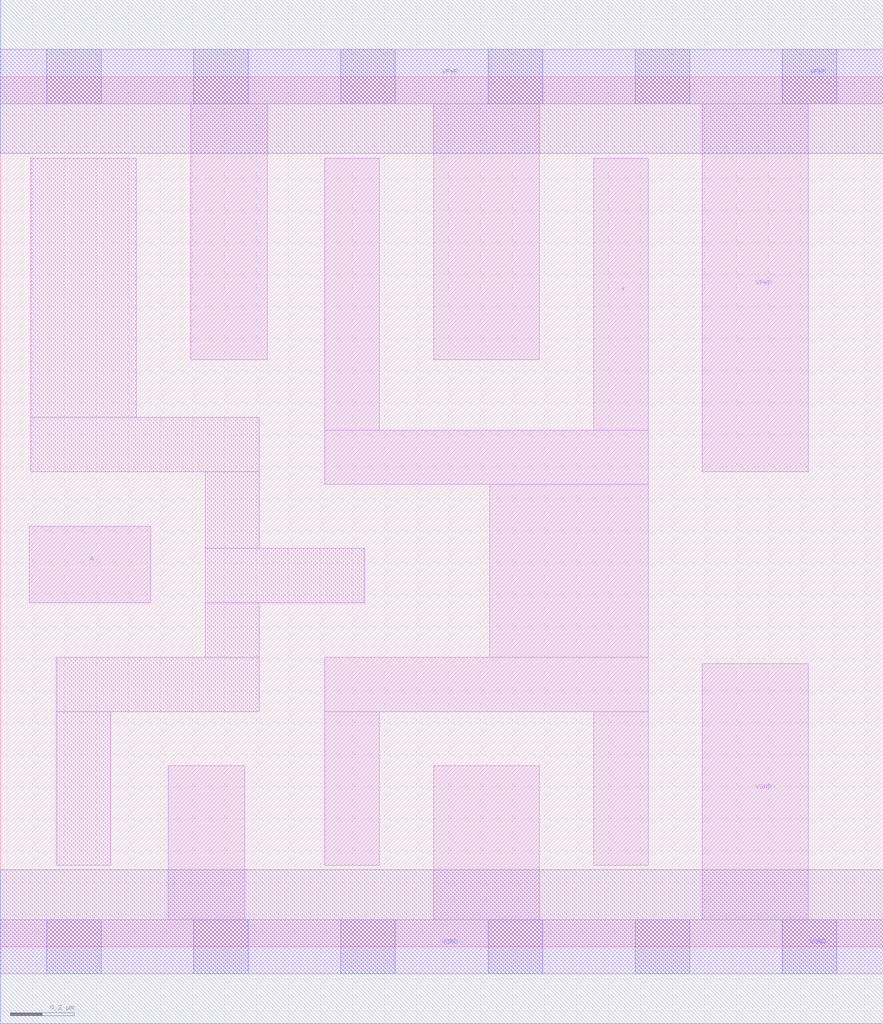
<source format=lef>
# Copyright 2020 The SkyWater PDK Authors
#
# Licensed under the Apache License, Version 2.0 (the "License");
# you may not use this file except in compliance with the License.
# You may obtain a copy of the License at
#
#     https://www.apache.org/licenses/LICENSE-2.0
#
# Unless required by applicable law or agreed to in writing, software
# distributed under the License is distributed on an "AS IS" BASIS,
# WITHOUT WARRANTIES OR CONDITIONS OF ANY KIND, either express or implied.
# See the License for the specific language governing permissions and
# limitations under the License.
#
# SPDX-License-Identifier: Apache-2.0

VERSION 5.7 ;
  NAMESCASESENSITIVE ON ;
  NOWIREEXTENSIONATPIN ON ;
  DIVIDERCHAR "/" ;
  BUSBITCHARS "[]" ;
UNITS
  DATABASE MICRONS 200 ;
END UNITS
MACRO sky130_fd_sc_hd__buf_4
  CLASS CORE ;
  SOURCE USER ;
  FOREIGN sky130_fd_sc_hd__buf_4 ;
  ORIGIN  0.000000  0.000000 ;
  SIZE  2.760000 BY  2.720000 ;
  SYMMETRY X Y R90 ;
  SITE unithd ;
  PIN A
    ANTENNAGATEAREA  0.247500 ;
    DIRECTION INPUT ;
    USE SIGNAL ;
    PORT
      LAYER li1 ;
        RECT 0.090000 1.075000 0.470000 1.315000 ;
    END
  END A
  PIN X
    ANTENNADIFFAREA  0.891000 ;
    DIRECTION OUTPUT ;
    USE SIGNAL ;
    PORT
      LAYER li1 ;
        RECT 1.015000 0.255000 1.185000 0.735000 ;
        RECT 1.015000 0.735000 2.025000 0.905000 ;
        RECT 1.015000 1.445000 2.025000 1.615000 ;
        RECT 1.015000 1.615000 1.185000 2.465000 ;
        RECT 1.530000 0.905000 2.025000 1.445000 ;
        RECT 1.855000 0.255000 2.025000 0.735000 ;
        RECT 1.855000 1.615000 2.025000 2.465000 ;
    END
  END X
  PIN VGND
    DIRECTION INOUT ;
    SHAPE ABUTMENT ;
    USE GROUND ;
    PORT
      LAYER li1 ;
        RECT 0.000000 -0.085000 2.760000 0.085000 ;
        RECT 0.525000  0.085000 0.765000 0.565000 ;
        RECT 1.355000  0.085000 1.685000 0.565000 ;
        RECT 2.195000  0.085000 2.525000 0.885000 ;
      LAYER mcon ;
        RECT 0.145000 -0.085000 0.315000 0.085000 ;
        RECT 0.605000 -0.085000 0.775000 0.085000 ;
        RECT 1.065000 -0.085000 1.235000 0.085000 ;
        RECT 1.525000 -0.085000 1.695000 0.085000 ;
        RECT 1.985000 -0.085000 2.155000 0.085000 ;
        RECT 2.445000 -0.085000 2.615000 0.085000 ;
      LAYER met1 ;
        RECT 0.000000 -0.240000 2.760000 0.240000 ;
    END
  END VGND
  PIN VPWR
    DIRECTION INOUT ;
    SHAPE ABUTMENT ;
    USE POWER ;
    PORT
      LAYER li1 ;
        RECT 0.000000 2.635000 2.760000 2.805000 ;
        RECT 0.595000 1.835000 0.835000 2.635000 ;
        RECT 1.355000 1.835000 1.685000 2.635000 ;
        RECT 2.195000 1.485000 2.525000 2.635000 ;
      LAYER mcon ;
        RECT 0.145000 2.635000 0.315000 2.805000 ;
        RECT 0.605000 2.635000 0.775000 2.805000 ;
        RECT 1.065000 2.635000 1.235000 2.805000 ;
        RECT 1.525000 2.635000 1.695000 2.805000 ;
        RECT 1.985000 2.635000 2.155000 2.805000 ;
        RECT 2.445000 2.635000 2.615000 2.805000 ;
      LAYER met1 ;
        RECT 0.000000 2.480000 2.760000 2.960000 ;
    END
  END VPWR
  OBS
    LAYER li1 ;
      RECT 0.095000 1.485000 0.810000 1.655000 ;
      RECT 0.095000 1.655000 0.425000 2.465000 ;
      RECT 0.175000 0.255000 0.345000 0.735000 ;
      RECT 0.175000 0.735000 0.810000 0.905000 ;
      RECT 0.640000 0.905000 0.810000 1.075000 ;
      RECT 0.640000 1.075000 1.140000 1.245000 ;
      RECT 0.640000 1.245000 0.810000 1.485000 ;
  END
END sky130_fd_sc_hd__buf_4
END LIBRARY

</source>
